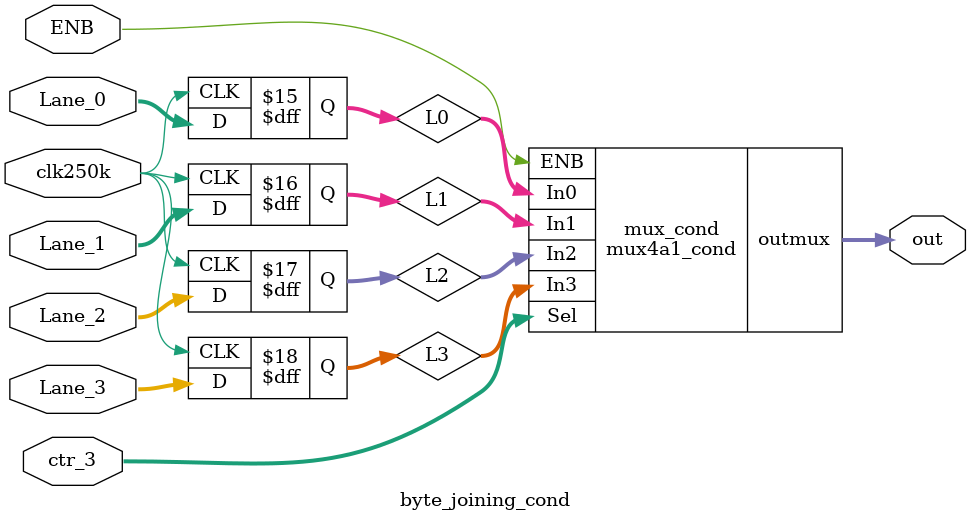
<source format=v>
module mux4a1_cond (
  input [7:0] In0, In1, In2, In3,
  input [1:0] Sel,
  input ENB,
  output reg [7:0] outmux
  );

  always @ (~ENB) begin
    outmux = 8'b0;
  end

  always @ ( Sel ) begin
    if (ENB) begin
      case (Sel)
        2'b00: outmux = In0;
        2'b01: outmux = In1;
        2'b10: outmux = In2;
        2'b11: outmux = In3;
        default: outmux = 8'b0;
      endcase
    end else begin
      outmux = 8'b0;
    end
  end

endmodule //mux4a1

module byte_joining_cond (
  input [7:0] Lane_0, //Entrada para la Linea 0 que viene de la etapa de serie a paralelo
  input [7:0] Lane_1, //Entrada para la Linea 1 que viene de la etapa de serie a paralelo
  input [7:0] Lane_2, //Entrada para la Linea 1 que viene de la etapa de serie a paralelo
  input [7:0] Lane_3, //Entrada para la Linea 1 que viene de la etapa de serie a paralelo
  input [1:0] ctr_3, // Bus de selecion para el multiplexor que distribuye los datos de cada linea a la salida
  input clk250k, //Señal de reloj de los flops que guardan el dato que viene de la etapa de serie paralelo
  input ENB,
  output [7:0] out
  );

  reg [7:0] L0; //registro que contiene el dato mas reciente de la linea 0 de la etapa serie a paralelo.
  reg [7:0] L1; //registro que contiene el dato mas reciente de la linea 1 de la etapa serie a paralelo.
  reg [7:0] L2; //registro que contiene el dato mas reciente de la linea 2 de la etapa serie a paralelo.
  reg [7:0] L3; //registro que contiene el dato mas reciente de la linea 3 de la etapa serie a paralelo.


  always @ (posedge clk250k) begin
    L0 <= Lane_0;
    L1 <= Lane_1;
    L2 <= Lane_2;
    L3 <= Lane_3;
  end

  mux4a1_cond mux_cond( .In0 (L0),  // se intancia el mux 4 a 1 que distribuye los datos de los canales
              .In1 (L1),
              .In2 (L2),
              .In3 (L3),
              .ENB (ENB),
              .outmux (out),
              .Sel (ctr_3)
    );




endmodule //byte_joining

</source>
